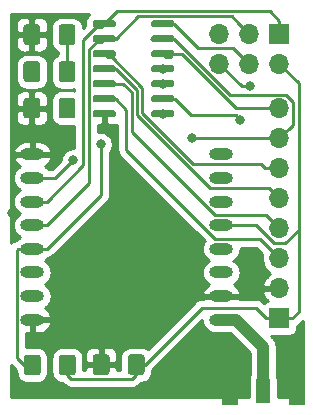
<source format=gtl>
G04 #@! TF.GenerationSoftware,KiCad,Pcbnew,5.1.9*
G04 #@! TF.CreationDate,2021-03-12T19:02:00+01:00*
G04 #@! TF.ProjectId,LORA_ATTINY84,4c4f5241-5f41-4545-9449-4e5938342e6b,rev?*
G04 #@! TF.SameCoordinates,Original*
G04 #@! TF.FileFunction,Copper,L1,Top*
G04 #@! TF.FilePolarity,Positive*
%FSLAX46Y46*%
G04 Gerber Fmt 4.6, Leading zero omitted, Abs format (unit mm)*
G04 Created by KiCad (PCBNEW 5.1.9) date 2021-03-12 19:02:00*
%MOMM*%
%LPD*%
G01*
G04 APERTURE LIST*
G04 #@! TA.AperFunction,ComponentPad*
%ADD10R,1.200000X2.100000*%
G04 #@! TD*
G04 #@! TA.AperFunction,SMDPad,CuDef*
%ADD11C,0.100000*%
G04 #@! TD*
G04 #@! TA.AperFunction,ComponentPad*
%ADD12O,1.700000X1.700000*%
G04 #@! TD*
G04 #@! TA.AperFunction,ComponentPad*
%ADD13R,1.700000X1.700000*%
G04 #@! TD*
G04 #@! TA.AperFunction,SMDPad,CuDef*
%ADD14O,2.000000X1.000000*%
G04 #@! TD*
G04 #@! TA.AperFunction,ViaPad*
%ADD15C,0.800000*%
G04 #@! TD*
G04 #@! TA.AperFunction,Conductor*
%ADD16C,0.250000*%
G04 #@! TD*
G04 #@! TA.AperFunction,Conductor*
%ADD17C,1.000000*%
G04 #@! TD*
G04 #@! TA.AperFunction,Conductor*
%ADD18C,0.254000*%
G04 #@! TD*
G04 #@! TA.AperFunction,Conductor*
%ADD19C,0.100000*%
G04 #@! TD*
G04 APERTURE END LIST*
D10*
X88087200Y-78333600D03*
G04 #@! TA.AperFunction,SMDPad,CuDef*
D11*
G36*
X91587575Y-75237896D02*
G01*
X91588513Y-75238181D01*
X91589378Y-75238643D01*
X91590136Y-75239264D01*
X91590757Y-75240022D01*
X91591219Y-75240887D01*
X91591504Y-75241825D01*
X91591600Y-75242800D01*
X91591600Y-79442800D01*
X91591504Y-79443775D01*
X91591219Y-79444713D01*
X91590757Y-79445578D01*
X91590136Y-79446336D01*
X91589378Y-79446957D01*
X91588513Y-79447419D01*
X91587575Y-79447704D01*
X91586600Y-79447800D01*
X90236600Y-79447800D01*
X90235625Y-79447704D01*
X90234687Y-79447419D01*
X90233822Y-79446957D01*
X90233064Y-79446336D01*
X90232443Y-79445578D01*
X90231981Y-79444713D01*
X90231696Y-79443775D01*
X90231600Y-79442800D01*
X90231600Y-77247800D01*
X89136600Y-77247800D01*
X89135625Y-77247704D01*
X89134687Y-77247419D01*
X89133822Y-77246957D01*
X89133064Y-77246336D01*
X89132443Y-77245578D01*
X89131981Y-77244713D01*
X89131696Y-77243775D01*
X89131600Y-77242800D01*
X89131600Y-75242800D01*
X89131696Y-75241825D01*
X89131981Y-75240887D01*
X89132443Y-75240022D01*
X89133064Y-75239264D01*
X89133822Y-75238643D01*
X89134687Y-75238181D01*
X89135625Y-75237896D01*
X89136600Y-75237800D01*
X91586600Y-75237800D01*
X91587575Y-75237896D01*
G37*
G04 #@! TD.AperFunction*
G04 #@! TA.AperFunction,SMDPad,CuDef*
G36*
X87035895Y-75237896D02*
G01*
X87036833Y-75238181D01*
X87037698Y-75238643D01*
X87038456Y-75239264D01*
X87039077Y-75240022D01*
X87039539Y-75240887D01*
X87039824Y-75241825D01*
X87039920Y-75242800D01*
X87039920Y-77242800D01*
X87039824Y-77243775D01*
X87039539Y-77244713D01*
X87039077Y-77245578D01*
X87038456Y-77246336D01*
X87037698Y-77246957D01*
X87036833Y-77247419D01*
X87035895Y-77247704D01*
X87034920Y-77247800D01*
X85939920Y-77247800D01*
X85939920Y-79442800D01*
X85939824Y-79443775D01*
X85939539Y-79444713D01*
X85939077Y-79445578D01*
X85938456Y-79446336D01*
X85937698Y-79446957D01*
X85936833Y-79447419D01*
X85935895Y-79447704D01*
X85934920Y-79447800D01*
X84584920Y-79447800D01*
X84583945Y-79447704D01*
X84583007Y-79447419D01*
X84582142Y-79446957D01*
X84581384Y-79446336D01*
X84580763Y-79445578D01*
X84580301Y-79444713D01*
X84580016Y-79443775D01*
X84579920Y-79442800D01*
X84579920Y-75242800D01*
X84580016Y-75241825D01*
X84580301Y-75240887D01*
X84580763Y-75240022D01*
X84581384Y-75239264D01*
X84582142Y-75238643D01*
X84583007Y-75238181D01*
X84583945Y-75237896D01*
X84584920Y-75237800D01*
X87034920Y-75237800D01*
X87035895Y-75237896D01*
G37*
G04 #@! TD.AperFunction*
G04 #@! TA.AperFunction,SMDPad,CuDef*
G36*
G01*
X70791700Y-76723400D02*
X70791700Y-75473400D01*
G75*
G02*
X71041700Y-75223400I250000J0D01*
G01*
X71966700Y-75223400D01*
G75*
G02*
X72216700Y-75473400I0J-250000D01*
G01*
X72216700Y-76723400D01*
G75*
G02*
X71966700Y-76973400I-250000J0D01*
G01*
X71041700Y-76973400D01*
G75*
G02*
X70791700Y-76723400I0J250000D01*
G01*
G37*
G04 #@! TD.AperFunction*
G04 #@! TA.AperFunction,SMDPad,CuDef*
G36*
G01*
X67816700Y-76723400D02*
X67816700Y-75473400D01*
G75*
G02*
X68066700Y-75223400I250000J0D01*
G01*
X68991700Y-75223400D01*
G75*
G02*
X69241700Y-75473400I0J-250000D01*
G01*
X69241700Y-76723400D01*
G75*
G02*
X68991700Y-76973400I-250000J0D01*
G01*
X68066700Y-76973400D01*
G75*
G02*
X67816700Y-76723400I0J250000D01*
G01*
G37*
G04 #@! TD.AperFunction*
G04 #@! TA.AperFunction,SMDPad,CuDef*
G36*
G01*
X75069400Y-75448000D02*
X75069400Y-76698000D01*
G75*
G02*
X74819400Y-76948000I-250000J0D01*
G01*
X73894400Y-76948000D01*
G75*
G02*
X73644400Y-76698000I0J250000D01*
G01*
X73644400Y-75448000D01*
G75*
G02*
X73894400Y-75198000I250000J0D01*
G01*
X74819400Y-75198000D01*
G75*
G02*
X75069400Y-75448000I0J-250000D01*
G01*
G37*
G04 #@! TD.AperFunction*
G04 #@! TA.AperFunction,SMDPad,CuDef*
G36*
G01*
X78044400Y-75448000D02*
X78044400Y-76698000D01*
G75*
G02*
X77794400Y-76948000I-250000J0D01*
G01*
X76869400Y-76948000D01*
G75*
G02*
X76619400Y-76698000I0J250000D01*
G01*
X76619400Y-75448000D01*
G75*
G02*
X76869400Y-75198000I250000J0D01*
G01*
X77794400Y-75198000D01*
G75*
G02*
X78044400Y-75448000I0J-250000D01*
G01*
G37*
G04 #@! TD.AperFunction*
G04 #@! TA.AperFunction,SMDPad,CuDef*
G36*
G01*
X69202000Y-53731000D02*
X69202000Y-54981000D01*
G75*
G02*
X68952000Y-55231000I-250000J0D01*
G01*
X68027000Y-55231000D01*
G75*
G02*
X67777000Y-54981000I0J250000D01*
G01*
X67777000Y-53731000D01*
G75*
G02*
X68027000Y-53481000I250000J0D01*
G01*
X68952000Y-53481000D01*
G75*
G02*
X69202000Y-53731000I0J-250000D01*
G01*
G37*
G04 #@! TD.AperFunction*
G04 #@! TA.AperFunction,SMDPad,CuDef*
G36*
G01*
X72177000Y-53731000D02*
X72177000Y-54981000D01*
G75*
G02*
X71927000Y-55231000I-250000J0D01*
G01*
X71002000Y-55231000D01*
G75*
G02*
X70752000Y-54981000I0J250000D01*
G01*
X70752000Y-53731000D01*
G75*
G02*
X71002000Y-53481000I250000J0D01*
G01*
X71927000Y-53481000D01*
G75*
G02*
X72177000Y-53731000I0J-250000D01*
G01*
G37*
G04 #@! TD.AperFunction*
D12*
X84378800Y-50596800D03*
X84378800Y-48056800D03*
X86918800Y-50596800D03*
X86918800Y-48056800D03*
X89458800Y-50596800D03*
D13*
X89458800Y-48056800D03*
D12*
X89458800Y-54381400D03*
X89458800Y-56921400D03*
X89458800Y-59461400D03*
X89458800Y-62001400D03*
X89458800Y-64541400D03*
X89458800Y-67081400D03*
X89458800Y-69621400D03*
D13*
X89458800Y-72161400D03*
G04 #@! TA.AperFunction,SMDPad,CuDef*
G36*
G01*
X69202000Y-50644900D02*
X69202000Y-51894900D01*
G75*
G02*
X68952000Y-52144900I-250000J0D01*
G01*
X68027000Y-52144900D01*
G75*
G02*
X67777000Y-51894900I0J250000D01*
G01*
X67777000Y-50644900D01*
G75*
G02*
X68027000Y-50394900I250000J0D01*
G01*
X68952000Y-50394900D01*
G75*
G02*
X69202000Y-50644900I0J-250000D01*
G01*
G37*
G04 #@! TD.AperFunction*
G04 #@! TA.AperFunction,SMDPad,CuDef*
G36*
G01*
X72177000Y-50644900D02*
X72177000Y-51894900D01*
G75*
G02*
X71927000Y-52144900I-250000J0D01*
G01*
X71002000Y-52144900D01*
G75*
G02*
X70752000Y-51894900I0J250000D01*
G01*
X70752000Y-50644900D01*
G75*
G02*
X71002000Y-50394900I250000J0D01*
G01*
X71927000Y-50394900D01*
G75*
G02*
X72177000Y-50644900I0J-250000D01*
G01*
G37*
G04 #@! TD.AperFunction*
G04 #@! TA.AperFunction,SMDPad,CuDef*
G36*
G01*
X70752000Y-48758000D02*
X70752000Y-47508000D01*
G75*
G02*
X71002000Y-47258000I250000J0D01*
G01*
X71927000Y-47258000D01*
G75*
G02*
X72177000Y-47508000I0J-250000D01*
G01*
X72177000Y-48758000D01*
G75*
G02*
X71927000Y-49008000I-250000J0D01*
G01*
X71002000Y-49008000D01*
G75*
G02*
X70752000Y-48758000I0J250000D01*
G01*
G37*
G04 #@! TD.AperFunction*
G04 #@! TA.AperFunction,SMDPad,CuDef*
G36*
G01*
X67777000Y-48758000D02*
X67777000Y-47508000D01*
G75*
G02*
X68027000Y-47258000I250000J0D01*
G01*
X68952000Y-47258000D01*
G75*
G02*
X69202000Y-47508000I0J-250000D01*
G01*
X69202000Y-48758000D01*
G75*
G02*
X68952000Y-49008000I-250000J0D01*
G01*
X68027000Y-49008000D01*
G75*
G02*
X67777000Y-48758000I0J250000D01*
G01*
G37*
G04 #@! TD.AperFunction*
G04 #@! TA.AperFunction,SMDPad,CuDef*
G36*
G01*
X75589000Y-54688600D02*
X75589000Y-54988600D01*
G75*
G02*
X75439000Y-55138600I-150000J0D01*
G01*
X73789000Y-55138600D01*
G75*
G02*
X73639000Y-54988600I0J150000D01*
G01*
X73639000Y-54688600D01*
G75*
G02*
X73789000Y-54538600I150000J0D01*
G01*
X75439000Y-54538600D01*
G75*
G02*
X75589000Y-54688600I0J-150000D01*
G01*
G37*
G04 #@! TD.AperFunction*
G04 #@! TA.AperFunction,SMDPad,CuDef*
G36*
G01*
X75589000Y-53418600D02*
X75589000Y-53718600D01*
G75*
G02*
X75439000Y-53868600I-150000J0D01*
G01*
X73789000Y-53868600D01*
G75*
G02*
X73639000Y-53718600I0J150000D01*
G01*
X73639000Y-53418600D01*
G75*
G02*
X73789000Y-53268600I150000J0D01*
G01*
X75439000Y-53268600D01*
G75*
G02*
X75589000Y-53418600I0J-150000D01*
G01*
G37*
G04 #@! TD.AperFunction*
G04 #@! TA.AperFunction,SMDPad,CuDef*
G36*
G01*
X75589000Y-52148600D02*
X75589000Y-52448600D01*
G75*
G02*
X75439000Y-52598600I-150000J0D01*
G01*
X73789000Y-52598600D01*
G75*
G02*
X73639000Y-52448600I0J150000D01*
G01*
X73639000Y-52148600D01*
G75*
G02*
X73789000Y-51998600I150000J0D01*
G01*
X75439000Y-51998600D01*
G75*
G02*
X75589000Y-52148600I0J-150000D01*
G01*
G37*
G04 #@! TD.AperFunction*
G04 #@! TA.AperFunction,SMDPad,CuDef*
G36*
G01*
X75589000Y-50878600D02*
X75589000Y-51178600D01*
G75*
G02*
X75439000Y-51328600I-150000J0D01*
G01*
X73789000Y-51328600D01*
G75*
G02*
X73639000Y-51178600I0J150000D01*
G01*
X73639000Y-50878600D01*
G75*
G02*
X73789000Y-50728600I150000J0D01*
G01*
X75439000Y-50728600D01*
G75*
G02*
X75589000Y-50878600I0J-150000D01*
G01*
G37*
G04 #@! TD.AperFunction*
G04 #@! TA.AperFunction,SMDPad,CuDef*
G36*
G01*
X75589000Y-49608600D02*
X75589000Y-49908600D01*
G75*
G02*
X75439000Y-50058600I-150000J0D01*
G01*
X73789000Y-50058600D01*
G75*
G02*
X73639000Y-49908600I0J150000D01*
G01*
X73639000Y-49608600D01*
G75*
G02*
X73789000Y-49458600I150000J0D01*
G01*
X75439000Y-49458600D01*
G75*
G02*
X75589000Y-49608600I0J-150000D01*
G01*
G37*
G04 #@! TD.AperFunction*
G04 #@! TA.AperFunction,SMDPad,CuDef*
G36*
G01*
X75589000Y-48338600D02*
X75589000Y-48638600D01*
G75*
G02*
X75439000Y-48788600I-150000J0D01*
G01*
X73789000Y-48788600D01*
G75*
G02*
X73639000Y-48638600I0J150000D01*
G01*
X73639000Y-48338600D01*
G75*
G02*
X73789000Y-48188600I150000J0D01*
G01*
X75439000Y-48188600D01*
G75*
G02*
X75589000Y-48338600I0J-150000D01*
G01*
G37*
G04 #@! TD.AperFunction*
G04 #@! TA.AperFunction,SMDPad,CuDef*
G36*
G01*
X75589000Y-47068600D02*
X75589000Y-47368600D01*
G75*
G02*
X75439000Y-47518600I-150000J0D01*
G01*
X73789000Y-47518600D01*
G75*
G02*
X73639000Y-47368600I0J150000D01*
G01*
X73639000Y-47068600D01*
G75*
G02*
X73789000Y-46918600I150000J0D01*
G01*
X75439000Y-46918600D01*
G75*
G02*
X75589000Y-47068600I0J-150000D01*
G01*
G37*
G04 #@! TD.AperFunction*
G04 #@! TA.AperFunction,SMDPad,CuDef*
G36*
G01*
X80539000Y-47068600D02*
X80539000Y-47368600D01*
G75*
G02*
X80389000Y-47518600I-150000J0D01*
G01*
X78739000Y-47518600D01*
G75*
G02*
X78589000Y-47368600I0J150000D01*
G01*
X78589000Y-47068600D01*
G75*
G02*
X78739000Y-46918600I150000J0D01*
G01*
X80389000Y-46918600D01*
G75*
G02*
X80539000Y-47068600I0J-150000D01*
G01*
G37*
G04 #@! TD.AperFunction*
G04 #@! TA.AperFunction,SMDPad,CuDef*
G36*
G01*
X80539000Y-48338600D02*
X80539000Y-48638600D01*
G75*
G02*
X80389000Y-48788600I-150000J0D01*
G01*
X78739000Y-48788600D01*
G75*
G02*
X78589000Y-48638600I0J150000D01*
G01*
X78589000Y-48338600D01*
G75*
G02*
X78739000Y-48188600I150000J0D01*
G01*
X80389000Y-48188600D01*
G75*
G02*
X80539000Y-48338600I0J-150000D01*
G01*
G37*
G04 #@! TD.AperFunction*
G04 #@! TA.AperFunction,SMDPad,CuDef*
G36*
G01*
X80539000Y-49608600D02*
X80539000Y-49908600D01*
G75*
G02*
X80389000Y-50058600I-150000J0D01*
G01*
X78739000Y-50058600D01*
G75*
G02*
X78589000Y-49908600I0J150000D01*
G01*
X78589000Y-49608600D01*
G75*
G02*
X78739000Y-49458600I150000J0D01*
G01*
X80389000Y-49458600D01*
G75*
G02*
X80539000Y-49608600I0J-150000D01*
G01*
G37*
G04 #@! TD.AperFunction*
G04 #@! TA.AperFunction,SMDPad,CuDef*
G36*
G01*
X80539000Y-50878600D02*
X80539000Y-51178600D01*
G75*
G02*
X80389000Y-51328600I-150000J0D01*
G01*
X78739000Y-51328600D01*
G75*
G02*
X78589000Y-51178600I0J150000D01*
G01*
X78589000Y-50878600D01*
G75*
G02*
X78739000Y-50728600I150000J0D01*
G01*
X80389000Y-50728600D01*
G75*
G02*
X80539000Y-50878600I0J-150000D01*
G01*
G37*
G04 #@! TD.AperFunction*
G04 #@! TA.AperFunction,SMDPad,CuDef*
G36*
G01*
X80539000Y-52148600D02*
X80539000Y-52448600D01*
G75*
G02*
X80389000Y-52598600I-150000J0D01*
G01*
X78739000Y-52598600D01*
G75*
G02*
X78589000Y-52448600I0J150000D01*
G01*
X78589000Y-52148600D01*
G75*
G02*
X78739000Y-51998600I150000J0D01*
G01*
X80389000Y-51998600D01*
G75*
G02*
X80539000Y-52148600I0J-150000D01*
G01*
G37*
G04 #@! TD.AperFunction*
G04 #@! TA.AperFunction,SMDPad,CuDef*
G36*
G01*
X80539000Y-53418600D02*
X80539000Y-53718600D01*
G75*
G02*
X80389000Y-53868600I-150000J0D01*
G01*
X78739000Y-53868600D01*
G75*
G02*
X78589000Y-53718600I0J150000D01*
G01*
X78589000Y-53418600D01*
G75*
G02*
X78739000Y-53268600I150000J0D01*
G01*
X80389000Y-53268600D01*
G75*
G02*
X80539000Y-53418600I0J-150000D01*
G01*
G37*
G04 #@! TD.AperFunction*
G04 #@! TA.AperFunction,SMDPad,CuDef*
G36*
G01*
X80539000Y-54688600D02*
X80539000Y-54988600D01*
G75*
G02*
X80389000Y-55138600I-150000J0D01*
G01*
X78739000Y-55138600D01*
G75*
G02*
X78589000Y-54988600I0J150000D01*
G01*
X78589000Y-54688600D01*
G75*
G02*
X78739000Y-54538600I150000J0D01*
G01*
X80389000Y-54538600D01*
G75*
G02*
X80539000Y-54688600I0J-150000D01*
G01*
G37*
G04 #@! TD.AperFunction*
D14*
X84529200Y-58267600D03*
X84529200Y-60267600D03*
X84529200Y-62267600D03*
X84529200Y-64267600D03*
X84529200Y-66267600D03*
X84529200Y-68267600D03*
X84529200Y-70267600D03*
X84529200Y-72267600D03*
X68529200Y-72267600D03*
X68529200Y-70267600D03*
X68529200Y-68267600D03*
X68529200Y-66267600D03*
X68529200Y-64267600D03*
X68529200Y-62267600D03*
X68529200Y-60267600D03*
X68529200Y-58267600D03*
D15*
X86969600Y-52481399D03*
X66827400Y-63246000D03*
X90932000Y-74168000D03*
X85217000Y-74041000D03*
X79596854Y-54871454D03*
X71464500Y-54356000D03*
X82067400Y-56921400D03*
X68489500Y-51269900D03*
X71983600Y-58775600D03*
X86156800Y-55346600D03*
X84529200Y-62267600D03*
X74320400Y-57404000D03*
X79564000Y-52298600D03*
X79564000Y-51028600D03*
D16*
X84378800Y-50596800D02*
X86263399Y-52481399D01*
X86263399Y-52481399D02*
X86969600Y-52481399D01*
X66827400Y-58719400D02*
X66827400Y-63246000D01*
X68529200Y-58267600D02*
X67279200Y-58267600D01*
X67279200Y-58267600D02*
X66827400Y-58719400D01*
X79564000Y-54838600D02*
X79564000Y-54849800D01*
X84529200Y-64267600D02*
X87445998Y-64267600D01*
X87445998Y-64267600D02*
X88989798Y-65811400D01*
X89458800Y-50596800D02*
X91083811Y-52221811D01*
X91083811Y-64655391D02*
X91083811Y-52221811D01*
X89927802Y-65811400D02*
X91083811Y-64655391D01*
X88989798Y-65811400D02*
X89927802Y-65811400D01*
X90558800Y-72161400D02*
X89458800Y-72161400D01*
X91083811Y-71636389D02*
X90558800Y-72161400D01*
X91083811Y-64655391D02*
X91083811Y-71636389D01*
X77331900Y-76948000D02*
X77331900Y-76073000D01*
X77006890Y-77273010D02*
X77331900Y-76948000D01*
X71504200Y-76973400D02*
X71803810Y-77273010D01*
X71803810Y-77273010D02*
X77006890Y-77273010D01*
X71504200Y-76098400D02*
X71504200Y-76973400D01*
X78044400Y-76073000D02*
X82870400Y-71247000D01*
X77331900Y-76073000D02*
X78044400Y-76073000D01*
X88358800Y-72161400D02*
X89458800Y-72161400D01*
X87444400Y-71247000D02*
X88358800Y-72161400D01*
X82870400Y-71247000D02*
X87444400Y-71247000D01*
X79864000Y-50058600D02*
X79564000Y-49758600D01*
X80240768Y-50058600D02*
X79864000Y-50058600D01*
X88256719Y-54381400D02*
X89458800Y-54381400D01*
X85795390Y-54381400D02*
X88256719Y-54381400D01*
X81172590Y-49758600D02*
X85795390Y-54381400D01*
X79564000Y-49758600D02*
X81172590Y-49758600D01*
X78589000Y-48488600D02*
X79564000Y-48488600D01*
X90308799Y-56071401D02*
X89458800Y-56921400D01*
X90633801Y-55746399D02*
X90308799Y-56071401D01*
X90633801Y-53817399D02*
X90633801Y-55746399D01*
X90022801Y-53206399D02*
X90633801Y-53817399D01*
X80539000Y-48488600D02*
X85256799Y-53206399D01*
X85256799Y-53206399D02*
X90022801Y-53206399D01*
X79564000Y-48488600D02*
X80539000Y-48488600D01*
X89458800Y-56921400D02*
X82067400Y-56921400D01*
X88256719Y-59461400D02*
X89458800Y-59461400D01*
X77851000Y-54772368D02*
X82171242Y-59092610D01*
X87887929Y-59092610D02*
X88256719Y-59461400D01*
X82171242Y-59092610D02*
X87887929Y-59092610D01*
X75290768Y-50058600D02*
X77851000Y-52618832D01*
X77851000Y-52618832D02*
X77851000Y-54772368D01*
X74914000Y-50058600D02*
X75290768Y-50058600D01*
X74614000Y-49758600D02*
X74914000Y-50058600D01*
X75589000Y-51028600D02*
X75614400Y-51054000D01*
X74614000Y-51028600D02*
X75589000Y-51028600D01*
X88608801Y-61151401D02*
X89458800Y-62001400D01*
X83593623Y-61151401D02*
X88608801Y-61151401D01*
X77400990Y-52813790D02*
X77400991Y-54958769D01*
X77400991Y-54958769D02*
X83593623Y-61151401D01*
X75641200Y-51054000D02*
X77400990Y-52813790D01*
X75614400Y-51054000D02*
X75641200Y-51054000D01*
X84037450Y-63442590D02*
X88359990Y-63442590D01*
X76950982Y-56356122D02*
X84037450Y-63442590D01*
X76950982Y-53024182D02*
X76950982Y-56356122D01*
X76225400Y-52298600D02*
X76950982Y-53024182D01*
X74614000Y-52298600D02*
X76225400Y-52298600D01*
X89458800Y-64541400D02*
X88359990Y-63442590D01*
X88608801Y-66231401D02*
X89458800Y-67081400D01*
X87819990Y-65442590D02*
X88608801Y-66231401D01*
X84037450Y-65442590D02*
X87819990Y-65442590D01*
X76500972Y-57906112D02*
X84037450Y-65442590D01*
X76500972Y-54480572D02*
X76500972Y-57906112D01*
X75589000Y-53568600D02*
X76500972Y-54480572D01*
X74614000Y-53568600D02*
X75589000Y-53568600D01*
X73937232Y-47518600D02*
X72863980Y-48591852D01*
X74614000Y-47218600D02*
X74314000Y-47518600D01*
X74314000Y-47518600D02*
X73937232Y-47518600D01*
X69779200Y-62267600D02*
X68529200Y-62267600D01*
X72863980Y-59182820D02*
X69779200Y-62267600D01*
X72863980Y-48591852D02*
X72863980Y-59182820D01*
X74914000Y-46918600D02*
X74614000Y-47218600D01*
X89458800Y-46956800D02*
X89458800Y-48056800D01*
X88645580Y-46143580D02*
X89458800Y-46956800D01*
X75689020Y-46143580D02*
X88645580Y-46143580D01*
X74614000Y-47218600D02*
X75689020Y-46143580D01*
X69779200Y-64267600D02*
X68529200Y-64267600D01*
X74614000Y-48488600D02*
X74314000Y-48788600D01*
X74314000Y-48788600D02*
X73937232Y-48788600D01*
X73937232Y-48788600D02*
X73313990Y-49411842D01*
X73313990Y-60732810D02*
X69779200Y-64267600D01*
X73313990Y-49411842D02*
X73313990Y-60732810D01*
X74614000Y-48488600D02*
X75589000Y-48488600D01*
X86068801Y-47206801D02*
X86918800Y-48056800D01*
X85455590Y-46593590D02*
X86068801Y-47206801D01*
X77484010Y-46593590D02*
X85455590Y-46593590D01*
X75589000Y-48488600D02*
X77484010Y-46593590D01*
X82552201Y-49231801D02*
X80539000Y-47218600D01*
X80539000Y-47218600D02*
X79564000Y-47218600D01*
X85553801Y-49231801D02*
X82552201Y-49231801D01*
X86918800Y-50596800D02*
X85553801Y-49231801D01*
X68529200Y-60267600D02*
X70491600Y-60267600D01*
X70491600Y-60267600D02*
X71983600Y-58775600D01*
X80577329Y-53568600D02*
X80539000Y-53568600D01*
X80539000Y-53568600D02*
X79564000Y-53568600D01*
X81955330Y-54946601D02*
X80577329Y-53568600D01*
X85756801Y-54946601D02*
X81955330Y-54946601D01*
X86156800Y-55346600D02*
X85756801Y-54946601D01*
X68530200Y-66268600D02*
X68529200Y-66267600D01*
X74320400Y-61726400D02*
X69779200Y-66267600D01*
X69779200Y-66267600D02*
X68529200Y-66267600D01*
X74320400Y-57404000D02*
X74320400Y-61726400D01*
X67204190Y-75485890D02*
X67204190Y-66342610D01*
X67279200Y-66267600D02*
X68529200Y-66267600D01*
X67816700Y-76098400D02*
X67204190Y-75485890D01*
X67204190Y-66342610D02*
X67279200Y-66267600D01*
X68529200Y-76098400D02*
X67816700Y-76098400D01*
X71439100Y-48031400D02*
X71388300Y-47980600D01*
X71464500Y-49008000D02*
X71464500Y-51269900D01*
X71464500Y-48133000D02*
X71464500Y-49008000D01*
X84811000Y-72267600D02*
X84529200Y-72267600D01*
X88087200Y-77084400D02*
X88087200Y-78384400D01*
D17*
X88087200Y-74575600D02*
X88087200Y-77084400D01*
X85779200Y-72267600D02*
X88087200Y-74575600D01*
X84529200Y-72267600D02*
X85779200Y-72267600D01*
D18*
X91415505Y-78816600D02*
X89325272Y-78816600D01*
X89325272Y-77283600D01*
X89313012Y-77159118D01*
X89276702Y-77039420D01*
X89222200Y-76937456D01*
X89222200Y-74631351D01*
X89227691Y-74575600D01*
X89205777Y-74353101D01*
X89140876Y-74139153D01*
X89035484Y-73941977D01*
X88893649Y-73769151D01*
X88850341Y-73733609D01*
X88766204Y-73649472D01*
X90308800Y-73649472D01*
X90433282Y-73637212D01*
X90552980Y-73600902D01*
X90663294Y-73541937D01*
X90759985Y-73462585D01*
X90839337Y-73365894D01*
X90898302Y-73255580D01*
X90934612Y-73135882D01*
X90946872Y-73011400D01*
X90946872Y-72815726D01*
X90983076Y-72796374D01*
X91098801Y-72701401D01*
X91122603Y-72672398D01*
X91420426Y-72374576D01*
X91415505Y-78816600D01*
G04 #@! TA.AperFunction,Conductor*
D19*
G36*
X91415505Y-78816600D02*
G01*
X89325272Y-78816600D01*
X89325272Y-77283600D01*
X89313012Y-77159118D01*
X89276702Y-77039420D01*
X89222200Y-76937456D01*
X89222200Y-74631351D01*
X89227691Y-74575600D01*
X89205777Y-74353101D01*
X89140876Y-74139153D01*
X89035484Y-73941977D01*
X88893649Y-73769151D01*
X88850341Y-73733609D01*
X88766204Y-73649472D01*
X90308800Y-73649472D01*
X90433282Y-73637212D01*
X90552980Y-73600902D01*
X90663294Y-73541937D01*
X90759985Y-73462585D01*
X90839337Y-73365894D01*
X90898302Y-73255580D01*
X90934612Y-73135882D01*
X90946872Y-73011400D01*
X90946872Y-72815726D01*
X90983076Y-72796374D01*
X91098801Y-72701401D01*
X91122603Y-72672398D01*
X91420426Y-72374576D01*
X91415505Y-78816600D01*
G37*
G04 #@! TD.AperFunction*
D18*
X74741000Y-54711600D02*
X74761000Y-54711600D01*
X74761000Y-54965600D01*
X74741000Y-54965600D01*
X74741000Y-55614850D01*
X74899750Y-55773600D01*
X75589000Y-55776672D01*
X75713482Y-55764412D01*
X75740972Y-55756073D01*
X75740973Y-57868780D01*
X75737296Y-57906112D01*
X75751970Y-58055097D01*
X75795426Y-58198358D01*
X75865998Y-58330388D01*
X75918696Y-58394600D01*
X75960972Y-58446113D01*
X75989970Y-58469911D01*
X83113874Y-65593817D01*
X83080916Y-65633977D01*
X82975524Y-65831153D01*
X82910623Y-66045101D01*
X82888709Y-66267600D01*
X82910623Y-66490099D01*
X82975524Y-66704047D01*
X83080916Y-66901223D01*
X83222751Y-67074049D01*
X83395577Y-67215884D01*
X83492332Y-67267600D01*
X83395577Y-67319316D01*
X83222751Y-67461151D01*
X83080916Y-67633977D01*
X82975524Y-67831153D01*
X82910623Y-68045101D01*
X82888709Y-68267600D01*
X82910623Y-68490099D01*
X82975524Y-68704047D01*
X83080916Y-68901223D01*
X83222751Y-69074049D01*
X83395577Y-69215884D01*
X83485727Y-69264070D01*
X83477522Y-69267597D01*
X83293031Y-69394439D01*
X83136831Y-69554836D01*
X83014924Y-69742624D01*
X82935081Y-69965726D01*
X83061246Y-70140600D01*
X84402200Y-70140600D01*
X84402200Y-70120600D01*
X84656200Y-70120600D01*
X84656200Y-70140600D01*
X85997154Y-70140600D01*
X86123319Y-69965726D01*
X86043476Y-69742624D01*
X85921569Y-69554836D01*
X85765369Y-69394439D01*
X85580878Y-69267597D01*
X85572673Y-69264070D01*
X85662823Y-69215884D01*
X85835649Y-69074049D01*
X85977484Y-68901223D01*
X86082876Y-68704047D01*
X86147777Y-68490099D01*
X86169691Y-68267600D01*
X86147777Y-68045101D01*
X86082876Y-67831153D01*
X85977484Y-67633977D01*
X85835649Y-67461151D01*
X85662823Y-67319316D01*
X85566068Y-67267600D01*
X85662823Y-67215884D01*
X85835649Y-67074049D01*
X85977484Y-66901223D01*
X86082876Y-66704047D01*
X86147777Y-66490099D01*
X86169691Y-66267600D01*
X86163288Y-66202590D01*
X87505189Y-66202590D01*
X88017590Y-66714992D01*
X87973800Y-66935140D01*
X87973800Y-67227660D01*
X88030868Y-67514558D01*
X88142810Y-67784811D01*
X88305325Y-68028032D01*
X88512168Y-68234875D01*
X88694334Y-68356595D01*
X88577445Y-68426222D01*
X88361212Y-68621131D01*
X88187159Y-68854480D01*
X88061975Y-69117301D01*
X88017324Y-69264510D01*
X88138645Y-69494400D01*
X89331800Y-69494400D01*
X89331800Y-69474400D01*
X89585800Y-69474400D01*
X89585800Y-69494400D01*
X89605800Y-69494400D01*
X89605800Y-69748400D01*
X89585800Y-69748400D01*
X89585800Y-69768400D01*
X89331800Y-69768400D01*
X89331800Y-69748400D01*
X88138645Y-69748400D01*
X88017324Y-69978290D01*
X88061975Y-70125499D01*
X88187159Y-70388320D01*
X88361212Y-70621669D01*
X88445266Y-70697434D01*
X88364620Y-70721898D01*
X88254306Y-70780863D01*
X88157615Y-70860215D01*
X88146257Y-70874055D01*
X88008203Y-70736002D01*
X87984401Y-70706999D01*
X87868676Y-70612026D01*
X87736647Y-70541454D01*
X87593386Y-70497997D01*
X87481733Y-70487000D01*
X87481722Y-70487000D01*
X87444400Y-70483324D01*
X87407078Y-70487000D01*
X86063817Y-70487000D01*
X85997154Y-70394600D01*
X84656200Y-70394600D01*
X84656200Y-70414600D01*
X84402200Y-70414600D01*
X84402200Y-70394600D01*
X83061246Y-70394600D01*
X82994583Y-70487000D01*
X82907725Y-70487000D01*
X82870400Y-70483324D01*
X82833075Y-70487000D01*
X82833067Y-70487000D01*
X82721414Y-70497997D01*
X82578153Y-70541454D01*
X82446124Y-70612026D01*
X82330399Y-70706999D01*
X82306601Y-70735997D01*
X78312622Y-74729977D01*
X78287786Y-74709595D01*
X78134250Y-74627528D01*
X77967654Y-74576992D01*
X77794400Y-74559928D01*
X76869400Y-74559928D01*
X76696146Y-74576992D01*
X76529550Y-74627528D01*
X76376014Y-74709595D01*
X76241438Y-74820038D01*
X76130995Y-74954614D01*
X76048928Y-75108150D01*
X75998392Y-75274746D01*
X75981328Y-75448000D01*
X75981328Y-76513010D01*
X75705204Y-76513010D01*
X75704400Y-76358750D01*
X75545650Y-76200000D01*
X74483900Y-76200000D01*
X74483900Y-76220000D01*
X74229900Y-76220000D01*
X74229900Y-76200000D01*
X73168150Y-76200000D01*
X73009400Y-76358750D01*
X73008596Y-76513010D01*
X72854772Y-76513010D01*
X72854772Y-75473400D01*
X72837708Y-75300146D01*
X72806723Y-75198000D01*
X73006328Y-75198000D01*
X73009400Y-75787250D01*
X73168150Y-75946000D01*
X74229900Y-75946000D01*
X74229900Y-74721750D01*
X74483900Y-74721750D01*
X74483900Y-75946000D01*
X75545650Y-75946000D01*
X75704400Y-75787250D01*
X75707472Y-75198000D01*
X75695212Y-75073518D01*
X75658902Y-74953820D01*
X75599937Y-74843506D01*
X75520585Y-74746815D01*
X75423894Y-74667463D01*
X75313580Y-74608498D01*
X75193882Y-74572188D01*
X75069400Y-74559928D01*
X74642650Y-74563000D01*
X74483900Y-74721750D01*
X74229900Y-74721750D01*
X74071150Y-74563000D01*
X73644400Y-74559928D01*
X73519918Y-74572188D01*
X73400220Y-74608498D01*
X73289906Y-74667463D01*
X73193215Y-74746815D01*
X73113863Y-74843506D01*
X73054898Y-74953820D01*
X73018588Y-75073518D01*
X73006328Y-75198000D01*
X72806723Y-75198000D01*
X72787172Y-75133550D01*
X72705105Y-74980014D01*
X72594662Y-74845438D01*
X72460086Y-74734995D01*
X72306550Y-74652928D01*
X72139954Y-74602392D01*
X71966700Y-74585328D01*
X71041700Y-74585328D01*
X70868446Y-74602392D01*
X70701850Y-74652928D01*
X70548314Y-74734995D01*
X70413738Y-74845438D01*
X70303295Y-74980014D01*
X70221228Y-75133550D01*
X70170692Y-75300146D01*
X70153628Y-75473400D01*
X70153628Y-76723400D01*
X70170692Y-76896654D01*
X70221228Y-77063250D01*
X70303295Y-77216786D01*
X70413738Y-77351362D01*
X70548314Y-77461805D01*
X70701850Y-77543872D01*
X70868446Y-77594408D01*
X71041700Y-77611472D01*
X71067471Y-77611472D01*
X71240006Y-77784007D01*
X71263809Y-77813011D01*
X71379534Y-77907984D01*
X71511563Y-77978556D01*
X71654824Y-78022013D01*
X71803810Y-78036687D01*
X71841143Y-78033010D01*
X76969568Y-78033010D01*
X77006890Y-78036686D01*
X77044212Y-78033010D01*
X77044223Y-78033010D01*
X77155876Y-78022013D01*
X77299137Y-77978556D01*
X77431166Y-77907984D01*
X77546891Y-77813011D01*
X77570694Y-77784007D01*
X77768629Y-77586072D01*
X77794400Y-77586072D01*
X77967654Y-77569008D01*
X78134250Y-77518472D01*
X78287786Y-77436405D01*
X78422362Y-77325962D01*
X78532805Y-77191386D01*
X78614872Y-77037850D01*
X78665408Y-76871254D01*
X78682472Y-76698000D01*
X78682472Y-76509729D01*
X82891927Y-72300275D01*
X82910623Y-72490099D01*
X82975524Y-72704047D01*
X83080916Y-72901223D01*
X83222751Y-73074049D01*
X83395577Y-73215884D01*
X83592753Y-73321276D01*
X83806701Y-73386177D01*
X83973448Y-73402600D01*
X85309069Y-73402600D01*
X86952200Y-75045732D01*
X86952201Y-76937454D01*
X86897698Y-77039420D01*
X86861388Y-77159118D01*
X86849128Y-77283600D01*
X86849128Y-78816600D01*
X66724895Y-78816600D01*
X66722804Y-76079305D01*
X67178628Y-76535130D01*
X67178628Y-76723400D01*
X67195692Y-76896654D01*
X67246228Y-77063250D01*
X67328295Y-77216786D01*
X67438738Y-77351362D01*
X67573314Y-77461805D01*
X67726850Y-77543872D01*
X67893446Y-77594408D01*
X68066700Y-77611472D01*
X68991700Y-77611472D01*
X69164954Y-77594408D01*
X69331550Y-77543872D01*
X69485086Y-77461805D01*
X69619662Y-77351362D01*
X69730105Y-77216786D01*
X69812172Y-77063250D01*
X69862708Y-76896654D01*
X69879772Y-76723400D01*
X69879772Y-75473400D01*
X69862708Y-75300146D01*
X69812172Y-75133550D01*
X69730105Y-74980014D01*
X69619662Y-74845438D01*
X69485086Y-74734995D01*
X69331550Y-74652928D01*
X69164954Y-74602392D01*
X68991700Y-74585328D01*
X68066700Y-74585328D01*
X67964190Y-74595424D01*
X67964190Y-73402600D01*
X68402200Y-73402600D01*
X68402200Y-72394600D01*
X68656200Y-72394600D01*
X68656200Y-73402600D01*
X69156200Y-73402600D01*
X69375187Y-73356015D01*
X69580878Y-73267603D01*
X69765369Y-73140761D01*
X69921569Y-72980364D01*
X70043476Y-72792576D01*
X70123319Y-72569474D01*
X69997154Y-72394600D01*
X68656200Y-72394600D01*
X68402200Y-72394600D01*
X68382200Y-72394600D01*
X68382200Y-72140600D01*
X68402200Y-72140600D01*
X68402200Y-72120600D01*
X68656200Y-72120600D01*
X68656200Y-72140600D01*
X69997154Y-72140600D01*
X70123319Y-71965726D01*
X70043476Y-71742624D01*
X69921569Y-71554836D01*
X69765369Y-71394439D01*
X69580878Y-71267597D01*
X69572673Y-71264070D01*
X69662823Y-71215884D01*
X69835649Y-71074049D01*
X69977484Y-70901223D01*
X70082876Y-70704047D01*
X70147777Y-70490099D01*
X70169691Y-70267600D01*
X70147777Y-70045101D01*
X70082876Y-69831153D01*
X69977484Y-69633977D01*
X69835649Y-69461151D01*
X69662823Y-69319316D01*
X69566068Y-69267600D01*
X69662823Y-69215884D01*
X69835649Y-69074049D01*
X69977484Y-68901223D01*
X70082876Y-68704047D01*
X70147777Y-68490099D01*
X70169691Y-68267600D01*
X70147777Y-68045101D01*
X70082876Y-67831153D01*
X69977484Y-67633977D01*
X69835649Y-67461151D01*
X69662823Y-67319316D01*
X69566068Y-67267600D01*
X69662823Y-67215884D01*
X69835649Y-67074049D01*
X69878802Y-67021467D01*
X69928186Y-67016603D01*
X70071447Y-66973146D01*
X70203476Y-66902574D01*
X70319201Y-66807601D01*
X70343004Y-66778597D01*
X74831403Y-62290199D01*
X74860401Y-62266401D01*
X74955374Y-62150676D01*
X75025946Y-62018647D01*
X75069403Y-61875386D01*
X75080400Y-61763733D01*
X75080400Y-61763725D01*
X75084076Y-61726400D01*
X75080400Y-61689075D01*
X75080400Y-58107711D01*
X75124337Y-58063774D01*
X75237605Y-57894256D01*
X75315626Y-57705898D01*
X75355400Y-57505939D01*
X75355400Y-57302061D01*
X75315626Y-57102102D01*
X75237605Y-56913744D01*
X75124337Y-56744226D01*
X74980174Y-56600063D01*
X74810656Y-56486795D01*
X74622298Y-56408774D01*
X74422339Y-56369000D01*
X74218461Y-56369000D01*
X74073990Y-56397737D01*
X74073990Y-55774733D01*
X74328250Y-55773600D01*
X74487000Y-55614850D01*
X74487000Y-54965600D01*
X74467000Y-54965600D01*
X74467000Y-54711600D01*
X74487000Y-54711600D01*
X74487000Y-54691600D01*
X74741000Y-54691600D01*
X74741000Y-54711600D01*
G04 #@! TA.AperFunction,Conductor*
D19*
G36*
X74741000Y-54711600D02*
G01*
X74761000Y-54711600D01*
X74761000Y-54965600D01*
X74741000Y-54965600D01*
X74741000Y-55614850D01*
X74899750Y-55773600D01*
X75589000Y-55776672D01*
X75713482Y-55764412D01*
X75740972Y-55756073D01*
X75740973Y-57868780D01*
X75737296Y-57906112D01*
X75751970Y-58055097D01*
X75795426Y-58198358D01*
X75865998Y-58330388D01*
X75918696Y-58394600D01*
X75960972Y-58446113D01*
X75989970Y-58469911D01*
X83113874Y-65593817D01*
X83080916Y-65633977D01*
X82975524Y-65831153D01*
X82910623Y-66045101D01*
X82888709Y-66267600D01*
X82910623Y-66490099D01*
X82975524Y-66704047D01*
X83080916Y-66901223D01*
X83222751Y-67074049D01*
X83395577Y-67215884D01*
X83492332Y-67267600D01*
X83395577Y-67319316D01*
X83222751Y-67461151D01*
X83080916Y-67633977D01*
X82975524Y-67831153D01*
X82910623Y-68045101D01*
X82888709Y-68267600D01*
X82910623Y-68490099D01*
X82975524Y-68704047D01*
X83080916Y-68901223D01*
X83222751Y-69074049D01*
X83395577Y-69215884D01*
X83485727Y-69264070D01*
X83477522Y-69267597D01*
X83293031Y-69394439D01*
X83136831Y-69554836D01*
X83014924Y-69742624D01*
X82935081Y-69965726D01*
X83061246Y-70140600D01*
X84402200Y-70140600D01*
X84402200Y-70120600D01*
X84656200Y-70120600D01*
X84656200Y-70140600D01*
X85997154Y-70140600D01*
X86123319Y-69965726D01*
X86043476Y-69742624D01*
X85921569Y-69554836D01*
X85765369Y-69394439D01*
X85580878Y-69267597D01*
X85572673Y-69264070D01*
X85662823Y-69215884D01*
X85835649Y-69074049D01*
X85977484Y-68901223D01*
X86082876Y-68704047D01*
X86147777Y-68490099D01*
X86169691Y-68267600D01*
X86147777Y-68045101D01*
X86082876Y-67831153D01*
X85977484Y-67633977D01*
X85835649Y-67461151D01*
X85662823Y-67319316D01*
X85566068Y-67267600D01*
X85662823Y-67215884D01*
X85835649Y-67074049D01*
X85977484Y-66901223D01*
X86082876Y-66704047D01*
X86147777Y-66490099D01*
X86169691Y-66267600D01*
X86163288Y-66202590D01*
X87505189Y-66202590D01*
X88017590Y-66714992D01*
X87973800Y-66935140D01*
X87973800Y-67227660D01*
X88030868Y-67514558D01*
X88142810Y-67784811D01*
X88305325Y-68028032D01*
X88512168Y-68234875D01*
X88694334Y-68356595D01*
X88577445Y-68426222D01*
X88361212Y-68621131D01*
X88187159Y-68854480D01*
X88061975Y-69117301D01*
X88017324Y-69264510D01*
X88138645Y-69494400D01*
X89331800Y-69494400D01*
X89331800Y-69474400D01*
X89585800Y-69474400D01*
X89585800Y-69494400D01*
X89605800Y-69494400D01*
X89605800Y-69748400D01*
X89585800Y-69748400D01*
X89585800Y-69768400D01*
X89331800Y-69768400D01*
X89331800Y-69748400D01*
X88138645Y-69748400D01*
X88017324Y-69978290D01*
X88061975Y-70125499D01*
X88187159Y-70388320D01*
X88361212Y-70621669D01*
X88445266Y-70697434D01*
X88364620Y-70721898D01*
X88254306Y-70780863D01*
X88157615Y-70860215D01*
X88146257Y-70874055D01*
X88008203Y-70736002D01*
X87984401Y-70706999D01*
X87868676Y-70612026D01*
X87736647Y-70541454D01*
X87593386Y-70497997D01*
X87481733Y-70487000D01*
X87481722Y-70487000D01*
X87444400Y-70483324D01*
X87407078Y-70487000D01*
X86063817Y-70487000D01*
X85997154Y-70394600D01*
X84656200Y-70394600D01*
X84656200Y-70414600D01*
X84402200Y-70414600D01*
X84402200Y-70394600D01*
X83061246Y-70394600D01*
X82994583Y-70487000D01*
X82907725Y-70487000D01*
X82870400Y-70483324D01*
X82833075Y-70487000D01*
X82833067Y-70487000D01*
X82721414Y-70497997D01*
X82578153Y-70541454D01*
X82446124Y-70612026D01*
X82330399Y-70706999D01*
X82306601Y-70735997D01*
X78312622Y-74729977D01*
X78287786Y-74709595D01*
X78134250Y-74627528D01*
X77967654Y-74576992D01*
X77794400Y-74559928D01*
X76869400Y-74559928D01*
X76696146Y-74576992D01*
X76529550Y-74627528D01*
X76376014Y-74709595D01*
X76241438Y-74820038D01*
X76130995Y-74954614D01*
X76048928Y-75108150D01*
X75998392Y-75274746D01*
X75981328Y-75448000D01*
X75981328Y-76513010D01*
X75705204Y-76513010D01*
X75704400Y-76358750D01*
X75545650Y-76200000D01*
X74483900Y-76200000D01*
X74483900Y-76220000D01*
X74229900Y-76220000D01*
X74229900Y-76200000D01*
X73168150Y-76200000D01*
X73009400Y-76358750D01*
X73008596Y-76513010D01*
X72854772Y-76513010D01*
X72854772Y-75473400D01*
X72837708Y-75300146D01*
X72806723Y-75198000D01*
X73006328Y-75198000D01*
X73009400Y-75787250D01*
X73168150Y-75946000D01*
X74229900Y-75946000D01*
X74229900Y-74721750D01*
X74483900Y-74721750D01*
X74483900Y-75946000D01*
X75545650Y-75946000D01*
X75704400Y-75787250D01*
X75707472Y-75198000D01*
X75695212Y-75073518D01*
X75658902Y-74953820D01*
X75599937Y-74843506D01*
X75520585Y-74746815D01*
X75423894Y-74667463D01*
X75313580Y-74608498D01*
X75193882Y-74572188D01*
X75069400Y-74559928D01*
X74642650Y-74563000D01*
X74483900Y-74721750D01*
X74229900Y-74721750D01*
X74071150Y-74563000D01*
X73644400Y-74559928D01*
X73519918Y-74572188D01*
X73400220Y-74608498D01*
X73289906Y-74667463D01*
X73193215Y-74746815D01*
X73113863Y-74843506D01*
X73054898Y-74953820D01*
X73018588Y-75073518D01*
X73006328Y-75198000D01*
X72806723Y-75198000D01*
X72787172Y-75133550D01*
X72705105Y-74980014D01*
X72594662Y-74845438D01*
X72460086Y-74734995D01*
X72306550Y-74652928D01*
X72139954Y-74602392D01*
X71966700Y-74585328D01*
X71041700Y-74585328D01*
X70868446Y-74602392D01*
X70701850Y-74652928D01*
X70548314Y-74734995D01*
X70413738Y-74845438D01*
X70303295Y-74980014D01*
X70221228Y-75133550D01*
X70170692Y-75300146D01*
X70153628Y-75473400D01*
X70153628Y-76723400D01*
X70170692Y-76896654D01*
X70221228Y-77063250D01*
X70303295Y-77216786D01*
X70413738Y-77351362D01*
X70548314Y-77461805D01*
X70701850Y-77543872D01*
X70868446Y-77594408D01*
X71041700Y-77611472D01*
X71067471Y-77611472D01*
X71240006Y-77784007D01*
X71263809Y-77813011D01*
X71379534Y-77907984D01*
X71511563Y-77978556D01*
X71654824Y-78022013D01*
X71803810Y-78036687D01*
X71841143Y-78033010D01*
X76969568Y-78033010D01*
X77006890Y-78036686D01*
X77044212Y-78033010D01*
X77044223Y-78033010D01*
X77155876Y-78022013D01*
X77299137Y-77978556D01*
X77431166Y-77907984D01*
X77546891Y-77813011D01*
X77570694Y-77784007D01*
X77768629Y-77586072D01*
X77794400Y-77586072D01*
X77967654Y-77569008D01*
X78134250Y-77518472D01*
X78287786Y-77436405D01*
X78422362Y-77325962D01*
X78532805Y-77191386D01*
X78614872Y-77037850D01*
X78665408Y-76871254D01*
X78682472Y-76698000D01*
X78682472Y-76509729D01*
X82891927Y-72300275D01*
X82910623Y-72490099D01*
X82975524Y-72704047D01*
X83080916Y-72901223D01*
X83222751Y-73074049D01*
X83395577Y-73215884D01*
X83592753Y-73321276D01*
X83806701Y-73386177D01*
X83973448Y-73402600D01*
X85309069Y-73402600D01*
X86952200Y-75045732D01*
X86952201Y-76937454D01*
X86897698Y-77039420D01*
X86861388Y-77159118D01*
X86849128Y-77283600D01*
X86849128Y-78816600D01*
X66724895Y-78816600D01*
X66722804Y-76079305D01*
X67178628Y-76535130D01*
X67178628Y-76723400D01*
X67195692Y-76896654D01*
X67246228Y-77063250D01*
X67328295Y-77216786D01*
X67438738Y-77351362D01*
X67573314Y-77461805D01*
X67726850Y-77543872D01*
X67893446Y-77594408D01*
X68066700Y-77611472D01*
X68991700Y-77611472D01*
X69164954Y-77594408D01*
X69331550Y-77543872D01*
X69485086Y-77461805D01*
X69619662Y-77351362D01*
X69730105Y-77216786D01*
X69812172Y-77063250D01*
X69862708Y-76896654D01*
X69879772Y-76723400D01*
X69879772Y-75473400D01*
X69862708Y-75300146D01*
X69812172Y-75133550D01*
X69730105Y-74980014D01*
X69619662Y-74845438D01*
X69485086Y-74734995D01*
X69331550Y-74652928D01*
X69164954Y-74602392D01*
X68991700Y-74585328D01*
X68066700Y-74585328D01*
X67964190Y-74595424D01*
X67964190Y-73402600D01*
X68402200Y-73402600D01*
X68402200Y-72394600D01*
X68656200Y-72394600D01*
X68656200Y-73402600D01*
X69156200Y-73402600D01*
X69375187Y-73356015D01*
X69580878Y-73267603D01*
X69765369Y-73140761D01*
X69921569Y-72980364D01*
X70043476Y-72792576D01*
X70123319Y-72569474D01*
X69997154Y-72394600D01*
X68656200Y-72394600D01*
X68402200Y-72394600D01*
X68382200Y-72394600D01*
X68382200Y-72140600D01*
X68402200Y-72140600D01*
X68402200Y-72120600D01*
X68656200Y-72120600D01*
X68656200Y-72140600D01*
X69997154Y-72140600D01*
X70123319Y-71965726D01*
X70043476Y-71742624D01*
X69921569Y-71554836D01*
X69765369Y-71394439D01*
X69580878Y-71267597D01*
X69572673Y-71264070D01*
X69662823Y-71215884D01*
X69835649Y-71074049D01*
X69977484Y-70901223D01*
X70082876Y-70704047D01*
X70147777Y-70490099D01*
X70169691Y-70267600D01*
X70147777Y-70045101D01*
X70082876Y-69831153D01*
X69977484Y-69633977D01*
X69835649Y-69461151D01*
X69662823Y-69319316D01*
X69566068Y-69267600D01*
X69662823Y-69215884D01*
X69835649Y-69074049D01*
X69977484Y-68901223D01*
X70082876Y-68704047D01*
X70147777Y-68490099D01*
X70169691Y-68267600D01*
X70147777Y-68045101D01*
X70082876Y-67831153D01*
X69977484Y-67633977D01*
X69835649Y-67461151D01*
X69662823Y-67319316D01*
X69566068Y-67267600D01*
X69662823Y-67215884D01*
X69835649Y-67074049D01*
X69878802Y-67021467D01*
X69928186Y-67016603D01*
X70071447Y-66973146D01*
X70203476Y-66902574D01*
X70319201Y-66807601D01*
X70343004Y-66778597D01*
X74831403Y-62290199D01*
X74860401Y-62266401D01*
X74955374Y-62150676D01*
X75025946Y-62018647D01*
X75069403Y-61875386D01*
X75080400Y-61763733D01*
X75080400Y-61763725D01*
X75084076Y-61726400D01*
X75080400Y-61689075D01*
X75080400Y-58107711D01*
X75124337Y-58063774D01*
X75237605Y-57894256D01*
X75315626Y-57705898D01*
X75355400Y-57505939D01*
X75355400Y-57302061D01*
X75315626Y-57102102D01*
X75237605Y-56913744D01*
X75124337Y-56744226D01*
X74980174Y-56600063D01*
X74810656Y-56486795D01*
X74622298Y-56408774D01*
X74422339Y-56369000D01*
X74218461Y-56369000D01*
X74073990Y-56397737D01*
X74073990Y-55774733D01*
X74328250Y-55773600D01*
X74487000Y-55614850D01*
X74487000Y-54965600D01*
X74467000Y-54965600D01*
X74467000Y-54711600D01*
X74487000Y-54711600D01*
X74487000Y-54691600D01*
X74741000Y-54691600D01*
X74741000Y-54711600D01*
G37*
G04 #@! TD.AperFunction*
D18*
X73351171Y-46413342D02*
X73231749Y-46511349D01*
X73133742Y-46630771D01*
X73060916Y-46767018D01*
X73016071Y-46914855D01*
X73000928Y-47068600D01*
X73000928Y-47368600D01*
X73001959Y-47379071D01*
X72815072Y-47565959D01*
X72815072Y-47508000D01*
X72798008Y-47334746D01*
X72747472Y-47168150D01*
X72665405Y-47014614D01*
X72554962Y-46880038D01*
X72420386Y-46769595D01*
X72266850Y-46687528D01*
X72100254Y-46636992D01*
X71927000Y-46619928D01*
X71002000Y-46619928D01*
X70828746Y-46636992D01*
X70662150Y-46687528D01*
X70508614Y-46769595D01*
X70374038Y-46880038D01*
X70263595Y-47014614D01*
X70181528Y-47168150D01*
X70130992Y-47334746D01*
X70113928Y-47508000D01*
X70113928Y-48758000D01*
X70130992Y-48931254D01*
X70181528Y-49097850D01*
X70263595Y-49251386D01*
X70374038Y-49385962D01*
X70508614Y-49496405D01*
X70662150Y-49578472D01*
X70704500Y-49591319D01*
X70704500Y-49811581D01*
X70662150Y-49824428D01*
X70508614Y-49906495D01*
X70374038Y-50016938D01*
X70263595Y-50151514D01*
X70181528Y-50305050D01*
X70130992Y-50471646D01*
X70113928Y-50644900D01*
X70113928Y-51894900D01*
X70130992Y-52068154D01*
X70181528Y-52234750D01*
X70263595Y-52388286D01*
X70374038Y-52522862D01*
X70508614Y-52633305D01*
X70662150Y-52715372D01*
X70828746Y-52765908D01*
X71002000Y-52782972D01*
X71927000Y-52782972D01*
X72100254Y-52765908D01*
X72103980Y-52764778D01*
X72103980Y-52861122D01*
X72100254Y-52859992D01*
X71927000Y-52842928D01*
X71002000Y-52842928D01*
X70828746Y-52859992D01*
X70662150Y-52910528D01*
X70508614Y-52992595D01*
X70374038Y-53103038D01*
X70263595Y-53237614D01*
X70181528Y-53391150D01*
X70130992Y-53557746D01*
X70113928Y-53731000D01*
X70113928Y-54981000D01*
X70130992Y-55154254D01*
X70181528Y-55320850D01*
X70263595Y-55474386D01*
X70374038Y-55608962D01*
X70508614Y-55719405D01*
X70662150Y-55801472D01*
X70828746Y-55852008D01*
X71002000Y-55869072D01*
X71927000Y-55869072D01*
X72100254Y-55852008D01*
X72103981Y-55850878D01*
X72103981Y-57744268D01*
X72085539Y-57740600D01*
X71881661Y-57740600D01*
X71681702Y-57780374D01*
X71493344Y-57858395D01*
X71323826Y-57971663D01*
X71179663Y-58115826D01*
X71066395Y-58285344D01*
X70988374Y-58473702D01*
X70948600Y-58673661D01*
X70948600Y-58735798D01*
X70176799Y-59507600D01*
X69873769Y-59507600D01*
X69835649Y-59461151D01*
X69662823Y-59319316D01*
X69572673Y-59271130D01*
X69580878Y-59267603D01*
X69765369Y-59140761D01*
X69921569Y-58980364D01*
X70043476Y-58792576D01*
X70123319Y-58569474D01*
X69997154Y-58394600D01*
X68656200Y-58394600D01*
X68656200Y-58414600D01*
X68402200Y-58414600D01*
X68402200Y-58394600D01*
X67061246Y-58394600D01*
X66935081Y-58569474D01*
X67014924Y-58792576D01*
X67136831Y-58980364D01*
X67293031Y-59140761D01*
X67477522Y-59267603D01*
X67485727Y-59271130D01*
X67395577Y-59319316D01*
X67222751Y-59461151D01*
X67080916Y-59633977D01*
X66975524Y-59831153D01*
X66910623Y-60045101D01*
X66888709Y-60267600D01*
X66910623Y-60490099D01*
X66975524Y-60704047D01*
X67080916Y-60901223D01*
X67222751Y-61074049D01*
X67395577Y-61215884D01*
X67492332Y-61267600D01*
X67395577Y-61319316D01*
X67222751Y-61461151D01*
X67080916Y-61633977D01*
X66975524Y-61831153D01*
X66910623Y-62045101D01*
X66888709Y-62267600D01*
X66910623Y-62490099D01*
X66975524Y-62704047D01*
X67080916Y-62901223D01*
X67222751Y-63074049D01*
X67395577Y-63215884D01*
X67492332Y-63267600D01*
X67395577Y-63319316D01*
X67222751Y-63461151D01*
X67080916Y-63633977D01*
X66975524Y-63831153D01*
X66910623Y-64045101D01*
X66888709Y-64267600D01*
X66910623Y-64490099D01*
X66975524Y-64704047D01*
X67080916Y-64901223D01*
X67222751Y-65074049D01*
X67395577Y-65215884D01*
X67492332Y-65267600D01*
X67395577Y-65319316D01*
X67222751Y-65461151D01*
X67179598Y-65513733D01*
X67130214Y-65518597D01*
X66986953Y-65562054D01*
X66854924Y-65632626D01*
X66739199Y-65727599D01*
X66715396Y-65756603D01*
X66714919Y-65757080D01*
X66708968Y-57965726D01*
X66935081Y-57965726D01*
X67061246Y-58140600D01*
X68402200Y-58140600D01*
X68402200Y-57132600D01*
X68656200Y-57132600D01*
X68656200Y-58140600D01*
X69997154Y-58140600D01*
X70123319Y-57965726D01*
X70043476Y-57742624D01*
X69921569Y-57554836D01*
X69765369Y-57394439D01*
X69580878Y-57267597D01*
X69375187Y-57179185D01*
X69156200Y-57132600D01*
X68656200Y-57132600D01*
X68402200Y-57132600D01*
X67902200Y-57132600D01*
X67683213Y-57179185D01*
X67477522Y-57267597D01*
X67293031Y-57394439D01*
X67136831Y-57554836D01*
X67014924Y-57742624D01*
X66935081Y-57965726D01*
X66708968Y-57965726D01*
X66706879Y-55231000D01*
X67138928Y-55231000D01*
X67151188Y-55355482D01*
X67187498Y-55475180D01*
X67246463Y-55585494D01*
X67325815Y-55682185D01*
X67422506Y-55761537D01*
X67532820Y-55820502D01*
X67652518Y-55856812D01*
X67777000Y-55869072D01*
X68203750Y-55866000D01*
X68362500Y-55707250D01*
X68362500Y-54483000D01*
X68616500Y-54483000D01*
X68616500Y-55707250D01*
X68775250Y-55866000D01*
X69202000Y-55869072D01*
X69326482Y-55856812D01*
X69446180Y-55820502D01*
X69556494Y-55761537D01*
X69653185Y-55682185D01*
X69732537Y-55585494D01*
X69791502Y-55475180D01*
X69827812Y-55355482D01*
X69840072Y-55231000D01*
X69837000Y-54641750D01*
X69678250Y-54483000D01*
X68616500Y-54483000D01*
X68362500Y-54483000D01*
X67300750Y-54483000D01*
X67142000Y-54641750D01*
X67138928Y-55231000D01*
X66706879Y-55231000D01*
X66705542Y-53481000D01*
X67138928Y-53481000D01*
X67142000Y-54070250D01*
X67300750Y-54229000D01*
X68362500Y-54229000D01*
X68362500Y-53004750D01*
X68616500Y-53004750D01*
X68616500Y-54229000D01*
X69678250Y-54229000D01*
X69837000Y-54070250D01*
X69840072Y-53481000D01*
X69827812Y-53356518D01*
X69791502Y-53236820D01*
X69732537Y-53126506D01*
X69653185Y-53029815D01*
X69556494Y-52950463D01*
X69446180Y-52891498D01*
X69326482Y-52855188D01*
X69202000Y-52842928D01*
X68775250Y-52846000D01*
X68616500Y-53004750D01*
X68362500Y-53004750D01*
X68203750Y-52846000D01*
X67777000Y-52842928D01*
X67652518Y-52855188D01*
X67532820Y-52891498D01*
X67422506Y-52950463D01*
X67325815Y-53029815D01*
X67246463Y-53126506D01*
X67187498Y-53236820D01*
X67151188Y-53356518D01*
X67138928Y-53481000D01*
X66705542Y-53481000D01*
X66703376Y-50644900D01*
X67138928Y-50644900D01*
X67138928Y-51894900D01*
X67155992Y-52068154D01*
X67206528Y-52234750D01*
X67288595Y-52388286D01*
X67399038Y-52522862D01*
X67533614Y-52633305D01*
X67687150Y-52715372D01*
X67853746Y-52765908D01*
X68027000Y-52782972D01*
X68952000Y-52782972D01*
X69125254Y-52765908D01*
X69291850Y-52715372D01*
X69445386Y-52633305D01*
X69579962Y-52522862D01*
X69690405Y-52388286D01*
X69772472Y-52234750D01*
X69823008Y-52068154D01*
X69840072Y-51894900D01*
X69840072Y-50644900D01*
X69823008Y-50471646D01*
X69772472Y-50305050D01*
X69690405Y-50151514D01*
X69579962Y-50016938D01*
X69445386Y-49906495D01*
X69291850Y-49824428D01*
X69125254Y-49773892D01*
X68952000Y-49756828D01*
X68027000Y-49756828D01*
X67853746Y-49773892D01*
X67687150Y-49824428D01*
X67533614Y-49906495D01*
X67399038Y-50016938D01*
X67288595Y-50151514D01*
X67206528Y-50305050D01*
X67155992Y-50471646D01*
X67138928Y-50644900D01*
X66703376Y-50644900D01*
X66702126Y-49008000D01*
X67138928Y-49008000D01*
X67151188Y-49132482D01*
X67187498Y-49252180D01*
X67246463Y-49362494D01*
X67325815Y-49459185D01*
X67422506Y-49538537D01*
X67532820Y-49597502D01*
X67652518Y-49633812D01*
X67777000Y-49646072D01*
X68203750Y-49643000D01*
X68362500Y-49484250D01*
X68362500Y-48260000D01*
X68616500Y-48260000D01*
X68616500Y-49484250D01*
X68775250Y-49643000D01*
X69202000Y-49646072D01*
X69326482Y-49633812D01*
X69446180Y-49597502D01*
X69556494Y-49538537D01*
X69653185Y-49459185D01*
X69732537Y-49362494D01*
X69791502Y-49252180D01*
X69827812Y-49132482D01*
X69840072Y-49008000D01*
X69837000Y-48418750D01*
X69678250Y-48260000D01*
X68616500Y-48260000D01*
X68362500Y-48260000D01*
X67300750Y-48260000D01*
X67142000Y-48418750D01*
X67138928Y-49008000D01*
X66702126Y-49008000D01*
X66700788Y-47258000D01*
X67138928Y-47258000D01*
X67142000Y-47847250D01*
X67300750Y-48006000D01*
X68362500Y-48006000D01*
X68362500Y-46781750D01*
X68616500Y-46781750D01*
X68616500Y-48006000D01*
X69678250Y-48006000D01*
X69837000Y-47847250D01*
X69840072Y-47258000D01*
X69827812Y-47133518D01*
X69791502Y-47013820D01*
X69732537Y-46903506D01*
X69653185Y-46806815D01*
X69556494Y-46727463D01*
X69446180Y-46668498D01*
X69326482Y-46632188D01*
X69202000Y-46619928D01*
X68775250Y-46623000D01*
X68616500Y-46781750D01*
X68362500Y-46781750D01*
X68203750Y-46623000D01*
X67777000Y-46619928D01*
X67652518Y-46632188D01*
X67532820Y-46668498D01*
X67422506Y-46727463D01*
X67325815Y-46806815D01*
X67246463Y-46903506D01*
X67187498Y-47013820D01*
X67151188Y-47133518D01*
X67138928Y-47258000D01*
X66700788Y-47258000D01*
X66700136Y-46405400D01*
X73366029Y-46405400D01*
X73351171Y-46413342D01*
G04 #@! TA.AperFunction,Conductor*
D19*
G36*
X73351171Y-46413342D02*
G01*
X73231749Y-46511349D01*
X73133742Y-46630771D01*
X73060916Y-46767018D01*
X73016071Y-46914855D01*
X73000928Y-47068600D01*
X73000928Y-47368600D01*
X73001959Y-47379071D01*
X72815072Y-47565959D01*
X72815072Y-47508000D01*
X72798008Y-47334746D01*
X72747472Y-47168150D01*
X72665405Y-47014614D01*
X72554962Y-46880038D01*
X72420386Y-46769595D01*
X72266850Y-46687528D01*
X72100254Y-46636992D01*
X71927000Y-46619928D01*
X71002000Y-46619928D01*
X70828746Y-46636992D01*
X70662150Y-46687528D01*
X70508614Y-46769595D01*
X70374038Y-46880038D01*
X70263595Y-47014614D01*
X70181528Y-47168150D01*
X70130992Y-47334746D01*
X70113928Y-47508000D01*
X70113928Y-48758000D01*
X70130992Y-48931254D01*
X70181528Y-49097850D01*
X70263595Y-49251386D01*
X70374038Y-49385962D01*
X70508614Y-49496405D01*
X70662150Y-49578472D01*
X70704500Y-49591319D01*
X70704500Y-49811581D01*
X70662150Y-49824428D01*
X70508614Y-49906495D01*
X70374038Y-50016938D01*
X70263595Y-50151514D01*
X70181528Y-50305050D01*
X70130992Y-50471646D01*
X70113928Y-50644900D01*
X70113928Y-51894900D01*
X70130992Y-52068154D01*
X70181528Y-52234750D01*
X70263595Y-52388286D01*
X70374038Y-52522862D01*
X70508614Y-52633305D01*
X70662150Y-52715372D01*
X70828746Y-52765908D01*
X71002000Y-52782972D01*
X71927000Y-52782972D01*
X72100254Y-52765908D01*
X72103980Y-52764778D01*
X72103980Y-52861122D01*
X72100254Y-52859992D01*
X71927000Y-52842928D01*
X71002000Y-52842928D01*
X70828746Y-52859992D01*
X70662150Y-52910528D01*
X70508614Y-52992595D01*
X70374038Y-53103038D01*
X70263595Y-53237614D01*
X70181528Y-53391150D01*
X70130992Y-53557746D01*
X70113928Y-53731000D01*
X70113928Y-54981000D01*
X70130992Y-55154254D01*
X70181528Y-55320850D01*
X70263595Y-55474386D01*
X70374038Y-55608962D01*
X70508614Y-55719405D01*
X70662150Y-55801472D01*
X70828746Y-55852008D01*
X71002000Y-55869072D01*
X71927000Y-55869072D01*
X72100254Y-55852008D01*
X72103981Y-55850878D01*
X72103981Y-57744268D01*
X72085539Y-57740600D01*
X71881661Y-57740600D01*
X71681702Y-57780374D01*
X71493344Y-57858395D01*
X71323826Y-57971663D01*
X71179663Y-58115826D01*
X71066395Y-58285344D01*
X70988374Y-58473702D01*
X70948600Y-58673661D01*
X70948600Y-58735798D01*
X70176799Y-59507600D01*
X69873769Y-59507600D01*
X69835649Y-59461151D01*
X69662823Y-59319316D01*
X69572673Y-59271130D01*
X69580878Y-59267603D01*
X69765369Y-59140761D01*
X69921569Y-58980364D01*
X70043476Y-58792576D01*
X70123319Y-58569474D01*
X69997154Y-58394600D01*
X68656200Y-58394600D01*
X68656200Y-58414600D01*
X68402200Y-58414600D01*
X68402200Y-58394600D01*
X67061246Y-58394600D01*
X66935081Y-58569474D01*
X67014924Y-58792576D01*
X67136831Y-58980364D01*
X67293031Y-59140761D01*
X67477522Y-59267603D01*
X67485727Y-59271130D01*
X67395577Y-59319316D01*
X67222751Y-59461151D01*
X67080916Y-59633977D01*
X66975524Y-59831153D01*
X66910623Y-60045101D01*
X66888709Y-60267600D01*
X66910623Y-60490099D01*
X66975524Y-60704047D01*
X67080916Y-60901223D01*
X67222751Y-61074049D01*
X67395577Y-61215884D01*
X67492332Y-61267600D01*
X67395577Y-61319316D01*
X67222751Y-61461151D01*
X67080916Y-61633977D01*
X66975524Y-61831153D01*
X66910623Y-62045101D01*
X66888709Y-62267600D01*
X66910623Y-62490099D01*
X66975524Y-62704047D01*
X67080916Y-62901223D01*
X67222751Y-63074049D01*
X67395577Y-63215884D01*
X67492332Y-63267600D01*
X67395577Y-63319316D01*
X67222751Y-63461151D01*
X67080916Y-63633977D01*
X66975524Y-63831153D01*
X66910623Y-64045101D01*
X66888709Y-64267600D01*
X66910623Y-64490099D01*
X66975524Y-64704047D01*
X67080916Y-64901223D01*
X67222751Y-65074049D01*
X67395577Y-65215884D01*
X67492332Y-65267600D01*
X67395577Y-65319316D01*
X67222751Y-65461151D01*
X67179598Y-65513733D01*
X67130214Y-65518597D01*
X66986953Y-65562054D01*
X66854924Y-65632626D01*
X66739199Y-65727599D01*
X66715396Y-65756603D01*
X66714919Y-65757080D01*
X66708968Y-57965726D01*
X66935081Y-57965726D01*
X67061246Y-58140600D01*
X68402200Y-58140600D01*
X68402200Y-57132600D01*
X68656200Y-57132600D01*
X68656200Y-58140600D01*
X69997154Y-58140600D01*
X70123319Y-57965726D01*
X70043476Y-57742624D01*
X69921569Y-57554836D01*
X69765369Y-57394439D01*
X69580878Y-57267597D01*
X69375187Y-57179185D01*
X69156200Y-57132600D01*
X68656200Y-57132600D01*
X68402200Y-57132600D01*
X67902200Y-57132600D01*
X67683213Y-57179185D01*
X67477522Y-57267597D01*
X67293031Y-57394439D01*
X67136831Y-57554836D01*
X67014924Y-57742624D01*
X66935081Y-57965726D01*
X66708968Y-57965726D01*
X66706879Y-55231000D01*
X67138928Y-55231000D01*
X67151188Y-55355482D01*
X67187498Y-55475180D01*
X67246463Y-55585494D01*
X67325815Y-55682185D01*
X67422506Y-55761537D01*
X67532820Y-55820502D01*
X67652518Y-55856812D01*
X67777000Y-55869072D01*
X68203750Y-55866000D01*
X68362500Y-55707250D01*
X68362500Y-54483000D01*
X68616500Y-54483000D01*
X68616500Y-55707250D01*
X68775250Y-55866000D01*
X69202000Y-55869072D01*
X69326482Y-55856812D01*
X69446180Y-55820502D01*
X69556494Y-55761537D01*
X69653185Y-55682185D01*
X69732537Y-55585494D01*
X69791502Y-55475180D01*
X69827812Y-55355482D01*
X69840072Y-55231000D01*
X69837000Y-54641750D01*
X69678250Y-54483000D01*
X68616500Y-54483000D01*
X68362500Y-54483000D01*
X67300750Y-54483000D01*
X67142000Y-54641750D01*
X67138928Y-55231000D01*
X66706879Y-55231000D01*
X66705542Y-53481000D01*
X67138928Y-53481000D01*
X67142000Y-54070250D01*
X67300750Y-54229000D01*
X68362500Y-54229000D01*
X68362500Y-53004750D01*
X68616500Y-53004750D01*
X68616500Y-54229000D01*
X69678250Y-54229000D01*
X69837000Y-54070250D01*
X69840072Y-53481000D01*
X69827812Y-53356518D01*
X69791502Y-53236820D01*
X69732537Y-53126506D01*
X69653185Y-53029815D01*
X69556494Y-52950463D01*
X69446180Y-52891498D01*
X69326482Y-52855188D01*
X69202000Y-52842928D01*
X68775250Y-52846000D01*
X68616500Y-53004750D01*
X68362500Y-53004750D01*
X68203750Y-52846000D01*
X67777000Y-52842928D01*
X67652518Y-52855188D01*
X67532820Y-52891498D01*
X67422506Y-52950463D01*
X67325815Y-53029815D01*
X67246463Y-53126506D01*
X67187498Y-53236820D01*
X67151188Y-53356518D01*
X67138928Y-53481000D01*
X66705542Y-53481000D01*
X66703376Y-50644900D01*
X67138928Y-50644900D01*
X67138928Y-51894900D01*
X67155992Y-52068154D01*
X67206528Y-52234750D01*
X67288595Y-52388286D01*
X67399038Y-52522862D01*
X67533614Y-52633305D01*
X67687150Y-52715372D01*
X67853746Y-52765908D01*
X68027000Y-52782972D01*
X68952000Y-52782972D01*
X69125254Y-52765908D01*
X69291850Y-52715372D01*
X69445386Y-52633305D01*
X69579962Y-52522862D01*
X69690405Y-52388286D01*
X69772472Y-52234750D01*
X69823008Y-52068154D01*
X69840072Y-51894900D01*
X69840072Y-50644900D01*
X69823008Y-50471646D01*
X69772472Y-50305050D01*
X69690405Y-50151514D01*
X69579962Y-50016938D01*
X69445386Y-49906495D01*
X69291850Y-49824428D01*
X69125254Y-49773892D01*
X68952000Y-49756828D01*
X68027000Y-49756828D01*
X67853746Y-49773892D01*
X67687150Y-49824428D01*
X67533614Y-49906495D01*
X67399038Y-50016938D01*
X67288595Y-50151514D01*
X67206528Y-50305050D01*
X67155992Y-50471646D01*
X67138928Y-50644900D01*
X66703376Y-50644900D01*
X66702126Y-49008000D01*
X67138928Y-49008000D01*
X67151188Y-49132482D01*
X67187498Y-49252180D01*
X67246463Y-49362494D01*
X67325815Y-49459185D01*
X67422506Y-49538537D01*
X67532820Y-49597502D01*
X67652518Y-49633812D01*
X67777000Y-49646072D01*
X68203750Y-49643000D01*
X68362500Y-49484250D01*
X68362500Y-48260000D01*
X68616500Y-48260000D01*
X68616500Y-49484250D01*
X68775250Y-49643000D01*
X69202000Y-49646072D01*
X69326482Y-49633812D01*
X69446180Y-49597502D01*
X69556494Y-49538537D01*
X69653185Y-49459185D01*
X69732537Y-49362494D01*
X69791502Y-49252180D01*
X69827812Y-49132482D01*
X69840072Y-49008000D01*
X69837000Y-48418750D01*
X69678250Y-48260000D01*
X68616500Y-48260000D01*
X68362500Y-48260000D01*
X67300750Y-48260000D01*
X67142000Y-48418750D01*
X67138928Y-49008000D01*
X66702126Y-49008000D01*
X66700788Y-47258000D01*
X67138928Y-47258000D01*
X67142000Y-47847250D01*
X67300750Y-48006000D01*
X68362500Y-48006000D01*
X68362500Y-46781750D01*
X68616500Y-46781750D01*
X68616500Y-48006000D01*
X69678250Y-48006000D01*
X69837000Y-47847250D01*
X69840072Y-47258000D01*
X69827812Y-47133518D01*
X69791502Y-47013820D01*
X69732537Y-46903506D01*
X69653185Y-46806815D01*
X69556494Y-46727463D01*
X69446180Y-46668498D01*
X69326482Y-46632188D01*
X69202000Y-46619928D01*
X68775250Y-46623000D01*
X68616500Y-46781750D01*
X68362500Y-46781750D01*
X68203750Y-46623000D01*
X67777000Y-46619928D01*
X67652518Y-46632188D01*
X67532820Y-46668498D01*
X67422506Y-46727463D01*
X67325815Y-46806815D01*
X67246463Y-46903506D01*
X67187498Y-47013820D01*
X67151188Y-47133518D01*
X67138928Y-47258000D01*
X66700788Y-47258000D01*
X66700136Y-46405400D01*
X73366029Y-46405400D01*
X73351171Y-46413342D01*
G37*
G04 #@! TD.AperFunction*
D18*
X84505800Y-50469800D02*
X84525800Y-50469800D01*
X84525800Y-50723800D01*
X84505800Y-50723800D01*
X84505800Y-50743800D01*
X84251800Y-50743800D01*
X84251800Y-50723800D01*
X84231800Y-50723800D01*
X84231800Y-50469800D01*
X84251800Y-50469800D01*
X84251800Y-50449800D01*
X84505800Y-50449800D01*
X84505800Y-50469800D01*
G04 #@! TA.AperFunction,Conductor*
D19*
G36*
X84505800Y-50469800D02*
G01*
X84525800Y-50469800D01*
X84525800Y-50723800D01*
X84505800Y-50723800D01*
X84505800Y-50743800D01*
X84251800Y-50743800D01*
X84251800Y-50723800D01*
X84231800Y-50723800D01*
X84231800Y-50469800D01*
X84251800Y-50469800D01*
X84251800Y-50449800D01*
X84505800Y-50449800D01*
X84505800Y-50469800D01*
G37*
G04 #@! TD.AperFunction*
M02*

</source>
